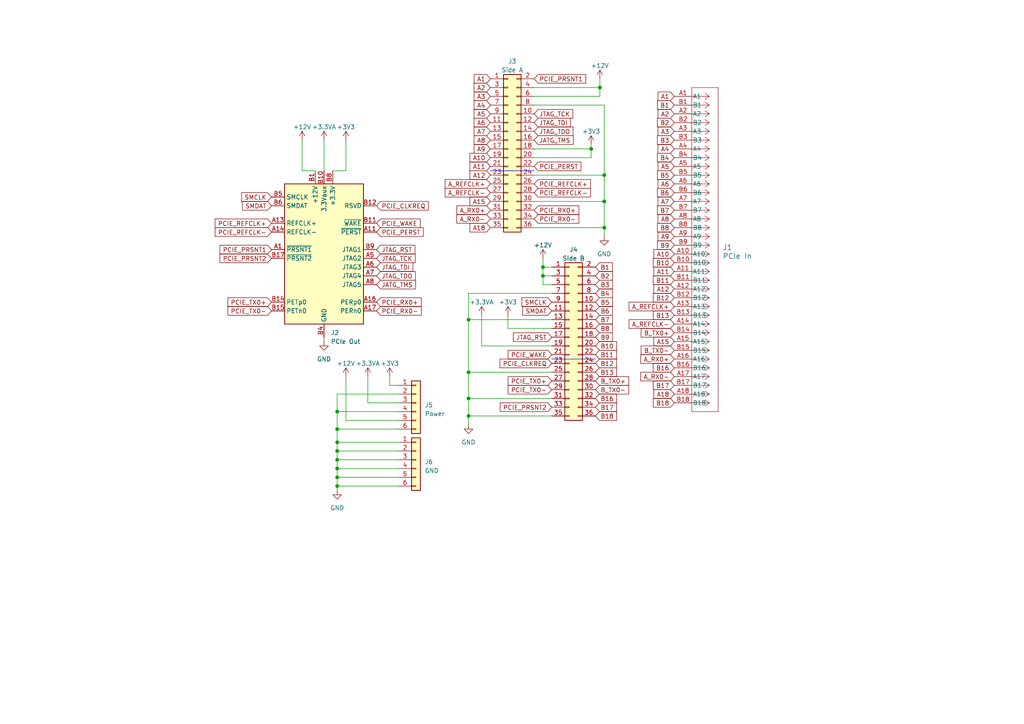
<source format=kicad_sch>
(kicad_sch (version 20230121) (generator eeschema)
  (paper "A4")
  (lib_symbols
    (symbol "5-1734857-1 pcie x1 straddle mount socket:5-1734857-1" (pin_names (offset 0.254))
      (property "Reference" "J" (at 8.89 6.35 0))
      (property "Value" "5-1734857-1" (at 0 0 0))
      (symbol "5-1734857-1_1_1"
        (pin unspecified line (at 0 0 0) (length 5.08) (name "A1") (number "A1"))
        (pin unspecified line (at 0 -45.72 0) (length 5.08) (name "A10") (number "A10"))
        (pin unspecified line (at 0 -50.8 0) (length 5.08) (name "A11") (number "A11"))
        (pin unspecified line (at 0 -55.88 0) (length 5.08) (name "A12") (number "A12"))
        (pin unspecified line (at 0 -60.96 0) (length 5.08) (name "A13") (number "A13"))
        (pin unspecified line (at 0 -66.04 0) (length 5.08) (name "A14") (number "A14"))
        (pin unspecified line (at 0 -71.12 0) (length 5.08) (name "A15") (number "A15"))
        (pin unspecified line (at 0 -76.2 0) (length 5.08) (name "A16") (number "A16"))
        (pin unspecified line (at 0 -81.28 0) (length 5.08) (name "A17") (number "A17"))
        (pin unspecified line (at 0 -86.36 0) (length 5.08) (name "A18") (number "A18"))
        (pin unspecified line (at 0 -5.08 0) (length 5.08) (name "A2") (number "A2"))
        (pin unspecified line (at 0 -10.16 0) (length 5.08) (name "A3") (number "A3"))
        (pin unspecified line (at 0 -15.24 0) (length 5.08) (name "A4") (number "A4"))
        (pin unspecified line (at 0 -20.32 0) (length 5.08) (name "A5") (number "A5"))
        (pin unspecified line (at 0 -25.4 0) (length 5.08) (name "A6") (number "A6"))
        (pin unspecified line (at 0 -30.48 0) (length 5.08) (name "A7") (number "A7"))
        (pin unspecified line (at 0 -35.56 0) (length 5.08) (name "A8") (number "A8"))
        (pin unspecified line (at 0 -40.64 0) (length 5.08) (name "A9") (number "A9"))
        (pin unspecified line (at 0 -2.54 0) (length 5.08) (name "B1") (number "B1"))
        (pin unspecified line (at 0 -48.26 0) (length 5.08) (name "B10") (number "B10"))
        (pin unspecified line (at 0 -53.34 0) (length 5.08) (name "B11") (number "B11"))
        (pin unspecified line (at 0 -58.42 0) (length 5.08) (name "B12") (number "B12"))
        (pin unspecified line (at 0 -63.5 0) (length 5.08) (name "B13") (number "B13"))
        (pin unspecified line (at 0 -68.58 0) (length 5.08) (name "B14") (number "B14"))
        (pin unspecified line (at 0 -73.66 0) (length 5.08) (name "B15") (number "B15"))
        (pin unspecified line (at 0 -78.74 0) (length 5.08) (name "B16") (number "B16"))
        (pin unspecified line (at 0 -83.82 0) (length 5.08) (name "B17") (number "B17"))
        (pin unspecified line (at 0 -88.9 0) (length 5.08) (name "B18") (number "B18"))
        (pin unspecified line (at 0 -7.62 0) (length 5.08) (name "B2") (number "B2"))
        (pin unspecified line (at 0 -12.7 0) (length 5.08) (name "B3") (number "B3"))
        (pin unspecified line (at 0 -17.78 0) (length 5.08) (name "B4") (number "B4"))
        (pin unspecified line (at 0 -22.86 0) (length 5.08) (name "B5") (number "B5"))
        (pin unspecified line (at 0 -27.94 0) (length 5.08) (name "B6") (number "B6"))
        (pin unspecified line (at 0 -33.02 0) (length 5.08) (name "B7") (number "B7"))
        (pin unspecified line (at 0 -38.1 0) (length 5.08) (name "B8") (number "B8"))
        (pin unspecified line (at 0 -43.18 0) (length 5.08) (name "B9") (number "B9"))
      )
      (symbol "5-1734857-1_1_2"
        (pin unspecified line (at 0 0 0) (length 5.08) (name "A1") (number "A1"))
        (pin unspecified line (at 0 -45.72 0) (length 5.08) (name "A10") (number "A10"))
        (pin unspecified line (at 0 -50.8 0) (length 5.08) (name "A11") (number "A11"))
        (pin unspecified line (at 0 -55.88 0) (length 5.08) (name "A12") (number "A12"))
        (pin unspecified line (at 0 -60.96 0) (length 5.08) (name "A13") (number "A13"))
        (pin unspecified line (at 0 -66.04 0) (length 5.08) (name "A14") (number "A14"))
        (pin unspecified line (at 0 -71.12 0) (length 5.08) (name "A15") (number "A15"))
        (pin unspecified line (at 0 -76.2 0) (length 5.08) (name "A16") (number "A16"))
        (pin unspecified line (at 0 -81.28 0) (length 5.08) (name "A17") (number "A17"))
        (pin unspecified line (at 0 -86.36 0) (length 5.08) (name "A18") (number "A18"))
        (pin unspecified line (at 0 -5.08 0) (length 5.08) (name "A2") (number "A2"))
        (pin unspecified line (at 0 -10.16 0) (length 5.08) (name "A3") (number "A3"))
        (pin unspecified line (at 0 -15.24 0) (length 5.08) (name "A4") (number "A4"))
        (pin unspecified line (at 0 -20.32 0) (length 5.08) (name "A5") (number "A5"))
        (pin unspecified line (at 0 -25.4 0) (length 5.08) (name "A6") (number "A6"))
        (pin unspecified line (at 0 -30.48 0) (length 5.08) (name "A7") (number "A7"))
        (pin unspecified line (at 0 -35.56 0) (length 5.08) (name "A8") (number "A8"))
        (pin unspecified line (at 0 -40.64 0) (length 5.08) (name "A9") (number "A9"))
        (pin unspecified line (at 0 -2.54 0) (length 5.08) (name "B1") (number "B1"))
        (pin unspecified line (at 0 -48.26 0) (length 5.08) (name "B10") (number "B10"))
        (pin unspecified line (at 0 -53.34 0) (length 5.08) (name "B11") (number "B11"))
        (pin unspecified line (at 0 -58.42 0) (length 5.08) (name "B12") (number "B12"))
        (pin unspecified line (at 0 -63.5 0) (length 5.08) (name "B13") (number "B13"))
        (pin unspecified line (at 0 -68.58 0) (length 5.08) (name "B14") (number "B14"))
        (pin unspecified line (at 0 -73.66 0) (length 5.08) (name "B15") (number "B15"))
        (pin unspecified line (at 0 -78.74 0) (length 5.08) (name "B16") (number "B16"))
        (pin unspecified line (at 0 -83.82 0) (length 5.08) (name "B17") (number "B17"))
        (pin unspecified line (at 0 -88.9 0) (length 5.08) (name "B18") (number "B18"))
        (pin unspecified line (at 0 -7.62 0) (length 5.08) (name "B2") (number "B2"))
        (pin unspecified line (at 0 -12.7 0) (length 5.08) (name "B3") (number "B3"))
        (pin unspecified line (at 0 -17.78 0) (length 5.08) (name "B4") (number "B4"))
        (pin unspecified line (at 0 -22.86 0) (length 5.08) (name "B5") (number "B5"))
        (pin unspecified line (at 0 -27.94 0) (length 5.08) (name "B6") (number "B6"))
        (pin unspecified line (at 0 -33.02 0) (length 5.08) (name "B7") (number "B7"))
        (pin unspecified line (at 0 -38.1 0) (length 5.08) (name "B8") (number "B8"))
        (pin unspecified line (at 0 -43.18 0) (length 5.08) (name "B9") (number "B9"))
      )
    )
    (symbol "Connector:Bus_PCI_Express_x1"
      (property "Reference" "J" (at -8.89 22.86 0))
      (property "Value" "Bus_PCI_Express_x1" (at 12.7 22.86 0))
      (symbol "Bus_PCI_Express_x1_1_1"
        (pin passive line (at -15.24 2.54 0) (length 3.81) (name "~{PRSNT1}") (number "A1"))
        (pin passive line (at 2.54 25.4 270) (length 3.81) hide (name "+3.3V") (number "A10"))
        (pin input line (at 15.24 7.62 180) (length 3.81) (name "~{PERST}") (number "A11"))
        (pin passive line (at 0 -22.86 90) (length 3.81) hide (name "GND") (number "A12"))
        (pin input line (at -15.24 10.16 0) (length 3.81) (name "REFCLK+") (number "A13"))
        (pin input line (at -15.24 7.62 0) (length 3.81) (name "REFCLK-") (number "A14"))
        (pin passive line (at 0 -22.86 90) (length 3.81) hide (name "GND") (number "A15"))
        (pin output line (at 15.24 -12.7 180) (length 3.81) (name "PERp0") (number "A16"))
        (pin output line (at 15.24 -15.24 180) (length 3.81) (name "PERn0") (number "A17"))
        (pin passive line (at 0 -22.86 90) (length 3.81) hide (name "GND") (number "A18"))
        (pin passive line (at -2.54 25.4 270) (length 3.81) hide (name "+12V") (number "A2"))
        (pin passive line (at -2.54 25.4 270) (length 3.81) hide (name "+12V") (number "A3"))
        (pin passive line (at 0 -22.86 90) (length 3.81) hide (name "GND") (number "A4"))
        (pin input line (at 15.24 0 180) (length 3.81) (name "JTAG2") (number "A5"))
        (pin input line (at 15.24 -2.54 180) (length 3.81) (name "JTAG3") (number "A6"))
        (pin output line (at 15.24 -5.08 180) (length 3.81) (name "JTAG4") (number "A7"))
        (pin input line (at 15.24 -7.62 180) (length 3.81) (name "JTAG5") (number "A8"))
        (pin passive line (at 2.54 25.4 270) (length 3.81) hide (name "+3.3V") (number "A9"))
        (pin power_in line (at -2.54 25.4 270) (length 3.81) (name "+12V") (number "B1"))
        (pin power_in line (at 0 25.4 270) (length 3.81) (name "3.3Vaux") (number "B10"))
        (pin open_collector line (at 15.24 10.16 180) (length 3.81) (name "~{WAKE}") (number "B11"))
        (pin passive line (at 15.24 15.24 180) (length 3.81) (name "RSVD") (number "B12"))
        (pin passive line (at 0 -22.86 90) (length 3.81) hide (name "GND") (number "B13"))
        (pin input line (at -15.24 -12.7 0) (length 3.81) (name "PETp0") (number "B14"))
        (pin input line (at -15.24 -15.24 0) (length 3.81) (name "PETn0") (number "B15"))
        (pin passive line (at 0 -22.86 90) (length 3.81) hide (name "GND") (number "B16"))
        (pin passive line (at -15.24 0 0) (length 3.81) (name "~{PRSNT2}") (number "B17"))
        (pin passive line (at 0 -22.86 90) (length 3.81) hide (name "GND") (number "B18"))
        (pin passive line (at -2.54 25.4 270) (length 3.81) hide (name "+12V") (number "B2"))
        (pin passive line (at -2.54 25.4 270) (length 3.81) hide (name "+12V") (number "B3"))
        (pin power_in line (at 0 -22.86 90) (length 3.81) (name "GND") (number "B4"))
        (pin input line (at -15.24 17.78 0) (length 3.81) (name "SMCLK") (number "B5"))
        (pin bidirectional line (at -15.24 15.24 0) (length 3.81) (name "SMDAT") (number "B6"))
        (pin passive line (at 0 -22.86 90) (length 3.81) hide (name "GND") (number "B7"))
        (pin power_in line (at 2.54 25.4 270) (length 3.81) (name "+3.3V") (number "B8"))
        (pin input line (at 15.24 2.54 180) (length 3.81) (name "JTAG1") (number "B9"))
      )
    )
    (symbol "Connector_Generic:Conn_01x06" (pin_names (offset 1.016) hide)
      (property "Reference" "J" (at 0 7.62 0))
      (property "Value" "Conn_01x06" (at 0 -10.16 0))
      (symbol "Conn_01x06_1_1"
        (pin passive line (at -5.08 5.08 0) (length 3.81) (name "Pin_1") (number "1"))
        (pin passive line (at -5.08 2.54 0) (length 3.81) (name "Pin_2") (number "2"))
        (pin passive line (at -5.08 0 0) (length 3.81) (name "Pin_3") (number "3"))
        (pin passive line (at -5.08 -2.54 0) (length 3.81) (name "Pin_4") (number "4"))
        (pin passive line (at -5.08 -5.08 0) (length 3.81) (name "Pin_5") (number "5"))
        (pin passive line (at -5.08 -7.62 0) (length 3.81) (name "Pin_6") (number "6"))
      )
    )
    (symbol "Connector_Generic:Conn_02x18_Odd_Even" (pin_names (offset 1.016) hide)
      (property "Reference" "J" (at 1.27 22.86 0))
      (property "Value" "Conn_02x18_Odd_Even" (at 1.27 -25.4 0))
      (symbol "Conn_02x18_Odd_Even_1_1"
        (pin passive line (at -5.08 20.32 0) (length 3.81) (name "Pin_1") (number "1"))
        (pin passive line (at 7.62 10.16 180) (length 3.81) (name "Pin_10") (number "10"))
        (pin passive line (at -5.08 7.62 0) (length 3.81) (name "Pin_11") (number "11"))
        (pin passive line (at 7.62 7.62 180) (length 3.81) (name "Pin_12") (number "12"))
        (pin passive line (at -5.08 5.08 0) (length 3.81) (name "Pin_13") (number "13"))
        (pin passive line (at 7.62 5.08 180) (length 3.81) (name "Pin_14") (number "14"))
        (pin passive line (at -5.08 2.54 0) (length 3.81) (name "Pin_15") (number "15"))
        (pin passive line (at 7.62 2.54 180) (length 3.81) (name "Pin_16") (number "16"))
        (pin passive line (at -5.08 0 0) (length 3.81) (name "Pin_17") (number "17"))
        (pin passive line (at 7.62 0 180) (length 3.81) (name "Pin_18") (number "18"))
        (pin passive line (at -5.08 -2.54 0) (length 3.81) (name "Pin_19") (number "19"))
        (pin passive line (at 7.62 20.32 180) (length 3.81) (name "Pin_2") (number "2"))
        (pin passive line (at 7.62 -2.54 180) (length 3.81) (name "Pin_20") (number "20"))
        (pin passive line (at -5.08 -5.08 0) (length 3.81) (name "Pin_21") (number "21"))
        (pin passive line (at 7.62 -5.08 180) (length 3.81) (name "Pin_22") (number "22"))
        (pin passive line (at -5.08 -7.62 0) (length 3.81) (name "Pin_23") (number "23"))
        (pin passive line (at 7.62 -7.62 180) (length 3.81) (name "Pin_24") (number "24"))
        (pin passive line (at -5.08 -10.16 0) (length 3.81) (name "Pin_25") (number "25"))
        (pin passive line (at 7.62 -10.16 180) (length 3.81) (name "Pin_26") (number "26"))
        (pin passive line (at -5.08 -12.7 0) (length 3.81) (name "Pin_27") (number "27"))
        (pin passive line (at 7.62 -12.7 180) (length 3.81) (name "Pin_28") (number "28"))
        (pin passive line (at -5.08 -15.24 0) (length 3.81) (name "Pin_29") (number "29"))
        (pin passive line (at -5.08 17.78 0) (length 3.81) (name "Pin_3") (number "3"))
        (pin passive line (at 7.62 -15.24 180) (length 3.81) (name "Pin_30") (number "30"))
        (pin passive line (at -5.08 -17.78 0) (length 3.81) (name "Pin_31") (number "31"))
        (pin passive line (at 7.62 -17.78 180) (length 3.81) (name "Pin_32") (number "32"))
        (pin passive line (at -5.08 -20.32 0) (length 3.81) (name "Pin_33") (number "33"))
        (pin passive line (at 7.62 -20.32 180) (length 3.81) (name "Pin_34") (number "34"))
        (pin passive line (at -5.08 -22.86 0) (length 3.81) (name "Pin_35") (number "35"))
        (pin passive line (at 7.62 -22.86 180) (length 3.81) (name "Pin_36") (number "36"))
        (pin passive line (at 7.62 17.78 180) (length 3.81) (name "Pin_4") (number "4"))
        (pin passive line (at -5.08 15.24 0) (length 3.81) (name "Pin_5") (number "5"))
        (pin passive line (at 7.62 15.24 180) (length 3.81) (name "Pin_6") (number "6"))
        (pin passive line (at -5.08 12.7 0) (length 3.81) (name "Pin_7") (number "7"))
        (pin passive line (at 7.62 12.7 180) (length 3.81) (name "Pin_8") (number "8"))
        (pin passive line (at -5.08 10.16 0) (length 3.81) (name "Pin_9") (number "9"))
      )
    )
    (symbol "power:+12V" (power) (pin_names (offset 0))
      (property "Value" "+12V" (at 0 3.556 0))
      (symbol "+12V_1_1"
        (pin power_in line (at 0 0 90) (length 0) hide (name "+12V") (number "1"))
      )
    )
    (symbol "power:+3.3VA" (power) (pin_names (offset 0))
      (property "Value" "+3.3VA" (at 0 3.556 0))
      (symbol "+3.3VA_1_1"
        (pin power_in line (at 0 0 90) (length 0) hide (name "+3.3VA") (number "1"))
      )
    )
    (symbol "power:+3V3" (power) (pin_names (offset 0))
      (property "Value" "+3V3" (at 0 3.556 0))
      (symbol "+3V3_1_1"
        (pin power_in line (at 0 0 90) (length 0) hide (name "+3V3") (number "1"))
      )
    )
    (symbol "power:GND" (power) (pin_names (offset 0))
      (property "Value" "GND" (at 0 -3.81 0))
      (symbol "GND_1_1"
        (pin power_in line (at 0 0 270) (length 0) hide (name "GND") (number "1"))
      )
    )
  )
  (junction (at 97.79 140.97))
  (junction (at 97.79 138.43))
  (junction (at 135.89 115.57))
  (junction (at 97.79 133.35))
  (junction (at 97.79 135.89))
  (junction (at 135.89 107.95))
  (junction (at 135.89 92.71))
  (junction (at 97.79 119.38))
  (junction (at 175.26 50.8))
  (junction (at 135.89 120.65))
  (junction (at 171.45 43.18))
  (junction (at 173.99 25.4))
  (junction (at 175.26 66.04))
  (junction (at 97.79 124.46))
  (junction (at 157.48 80.01))
  (junction (at 175.26 58.42))
  (junction (at 97.79 128.27))
  (junction (at 97.79 130.81))
  (junction (at 157.48 77.47))
  (wire (pts (xy 173.99 22.86) (xy 173.99 25.4)))
  (wire (pts (xy 115.57 121.92) (xy 100.33 121.92)))
  (wire (pts (xy 171.45 45.72) (xy 171.45 43.18)))
  (wire (pts (xy 135.89 115.57) (xy 135.89 120.65)))
  (wire (pts (xy 100.33 121.92) (xy 100.33 109.22)))
  (wire (pts (xy 106.68 116.84) (xy 106.68 109.22)))
  (wire (pts (xy 115.57 116.84) (xy 106.68 116.84)))
  (wire (pts (xy 93.98 40.64) (xy 93.98 49.53)))
  (wire (pts (xy 154.94 43.18) (xy 171.45 43.18)))
  (wire (pts (xy 135.89 120.65) (xy 135.89 123.19)))
  (wire (pts (xy 160.02 85.09) (xy 135.89 85.09)))
  (wire (pts (xy 154.94 27.94) (xy 173.99 27.94)))
  (wire (pts (xy 113.03 111.76) (xy 113.03 109.22)))
  (wire (pts (xy 97.79 114.3) (xy 97.79 119.38)))
  (wire (pts (xy 160.02 92.71) (xy 135.89 92.71)))
  (wire (pts (xy 97.79 128.27) (xy 97.79 130.81)))
  (wire (pts (xy 160.02 115.57) (xy 135.89 115.57)))
  (wire (pts (xy 87.63 49.53) (xy 87.63 40.64)))
  (wire (pts (xy 135.89 107.95) (xy 135.89 115.57)))
  (wire (pts (xy 154.94 66.04) (xy 175.26 66.04)))
  (wire (pts (xy 160.02 95.25) (xy 147.32 95.25)))
  (wire (pts (xy 160.02 77.47) (xy 157.48 77.47)))
  (wire (pts (xy 97.79 119.38) (xy 97.79 124.46)))
  (wire (pts (xy 97.79 135.89) (xy 97.79 138.43)))
  (wire (pts (xy 100.33 40.64) (xy 100.33 49.53)))
  (wire (pts (xy 160.02 120.65) (xy 135.89 120.65)))
  (wire (pts (xy 160.02 82.55) (xy 157.48 82.55)))
  (wire (pts (xy 173.99 25.4) (xy 173.99 27.94)))
  (wire (pts (xy 135.89 85.09) (xy 135.89 92.71)))
  (wire (pts (xy 97.79 130.81) (xy 97.79 133.35)))
  (wire (pts (xy 160.02 80.01) (xy 157.48 80.01)))
  (wire (pts (xy 97.79 130.81) (xy 115.57 130.81)))
  (wire (pts (xy 154.94 30.48) (xy 175.26 30.48)))
  (wire (pts (xy 157.48 82.55) (xy 157.48 80.01)))
  (wire (pts (xy 154.94 25.4) (xy 173.99 25.4)))
  (wire (pts (xy 97.79 135.89) (xy 115.57 135.89)))
  (wire (pts (xy 93.98 97.79) (xy 93.98 99.06)))
  (wire (pts (xy 139.7 100.33) (xy 139.7 91.44)))
  (wire (pts (xy 157.48 77.47) (xy 157.48 74.93)))
  (wire (pts (xy 160.02 107.95) (xy 135.89 107.95)))
  (wire (pts (xy 154.94 58.42) (xy 175.26 58.42)))
  (wire (pts (xy 97.79 140.97) (xy 97.79 142.24)))
  (wire (pts (xy 97.79 133.35) (xy 97.79 135.89)))
  (wire (pts (xy 96.52 49.53) (xy 100.33 49.53)))
  (wire (pts (xy 175.26 50.8) (xy 175.26 58.42)))
  (wire (pts (xy 175.26 66.04) (xy 175.26 68.58)))
  (wire (pts (xy 97.79 124.46) (xy 115.57 124.46)))
  (polyline (pts (xy 160.02 104.14) (xy 172.72 104.14)))
  (wire (pts (xy 97.79 133.35) (xy 115.57 133.35)))
  (wire (pts (xy 157.48 80.01) (xy 157.48 77.47)))
  (wire (pts (xy 175.26 30.48) (xy 175.26 50.8)))
  (wire (pts (xy 171.45 43.18) (xy 171.45 41.91)))
  (polyline (pts (xy 142.24 49.53) (xy 154.94 49.53)))
  (wire (pts (xy 175.26 58.42) (xy 175.26 66.04)))
  (wire (pts (xy 135.89 92.71) (xy 135.89 107.95)))
  (wire (pts (xy 115.57 114.3) (xy 97.79 114.3)))
  (wire (pts (xy 91.44 49.53) (xy 87.63 49.53)))
  (wire (pts (xy 97.79 138.43) (xy 97.79 140.97)))
  (wire (pts (xy 97.79 138.43) (xy 115.57 138.43)))
  (wire (pts (xy 154.94 45.72) (xy 171.45 45.72)))
  (wire (pts (xy 154.94 50.8) (xy 175.26 50.8)))
  (wire (pts (xy 160.02 100.33) (xy 139.7 100.33)))
  (wire (pts (xy 97.79 128.27) (xy 115.57 128.27)))
  (wire (pts (xy 97.79 140.97) (xy 115.57 140.97)))
  (wire (pts (xy 97.79 124.46) (xy 97.79 128.27)))
  (wire (pts (xy 147.32 95.25) (xy 147.32 91.44)))
  (wire (pts (xy 97.79 119.38) (xy 115.57 119.38)))
  (wire (pts (xy 115.57 111.76) (xy 113.03 111.76)))
  (global_label "B13" (shape input) (at 172.72 107.95 0) (property "Intersheetrefs" "${INTERSHEET_REFS}" (effects hide)))
  (global_label "PCIE_WAKE" (shape input) (at 109.22 64.77 0) (property "Intersheetrefs" "${INTERSHEET_REFS}" (effects hide)))
  (global_label "B10" (shape input) (at 172.72 100.33 0) (property "Intersheetrefs" "${INTERSHEET_REFS}" (effects hide)))
  (global_label "PCIE_PRSNT2" (shape input) (at 160.02 118.11 180) (property "Intersheetrefs" "${INTERSHEET_REFS}" (effects hide)))
  (global_label "B3" (shape input) (at 172.72 82.55 0) (property "Intersheetrefs" "${INTERSHEET_REFS}" (effects hide)))
  (global_label "A4" (shape input) (at 195.58 43.18 180) (property "Intersheetrefs" "${INTERSHEET_REFS}" (effects hide)))
  (global_label "B9" (shape input) (at 195.58 71.12 180) (property "Intersheetrefs" "${INTERSHEET_REFS}" (effects hide)))
  (global_label "PCIE_PERST" (shape input) (at 109.22 67.31 0) (property "Intersheetrefs" "${INTERSHEET_REFS}" (effects hide)))
  (global_label "A_RX0-" (shape input) (at 142.24 63.5 180) (property "Intersheetrefs" "${INTERSHEET_REFS}" (effects hide)))
  (global_label "B17" (shape input) (at 172.72 118.11 0) (property "Intersheetrefs" "${INTERSHEET_REFS}" (effects hide)))
  (global_label "A5" (shape input) (at 195.58 48.26 180) (property "Intersheetrefs" "${INTERSHEET_REFS}" (effects hide)))
  (global_label "A_REFCLK+" (shape input) (at 142.24 53.34 180) (property "Intersheetrefs" "${INTERSHEET_REFS}" (effects hide)))
  (global_label "PCIE_TX0-" (shape input) (at 160.02 113.03 180) (property "Intersheetrefs" "${INTERSHEET_REFS}" (effects hide)))
  (global_label "A_RX0-" (shape input) (at 195.58 109.22 180) (property "Intersheetrefs" "${INTERSHEET_REFS}" (effects hide)))
  (global_label "SMDAT" (shape input) (at 78.74 59.69 180) (property "Intersheetrefs" "${INTERSHEET_REFS}" (effects hide)))
  (global_label "A2" (shape input) (at 195.58 33.02 180) (property "Intersheetrefs" "${INTERSHEET_REFS}" (effects hide)))
  (global_label "A4" (shape input) (at 142.24 30.48 180) (property "Intersheetrefs" "${INTERSHEET_REFS}" (effects hide)))
  (global_label "B8" (shape input) (at 195.58 66.04 180) (property "Intersheetrefs" "${INTERSHEET_REFS}" (effects hide)))
  (global_label "A_RX0+" (shape input) (at 142.24 60.96 180) (property "Intersheetrefs" "${INTERSHEET_REFS}" (effects hide)))
  (global_label "B1" (shape input) (at 195.58 30.48 180) (property "Intersheetrefs" "${INTERSHEET_REFS}" (effects hide)))
  (global_label "A15" (shape input) (at 195.58 99.06 180) (property "Intersheetrefs" "${INTERSHEET_REFS}" (effects hide)))
  (global_label "A12" (shape input) (at 195.58 83.82 180) (property "Intersheetrefs" "${INTERSHEET_REFS}" (effects hide)))
  (global_label "B18" (shape input) (at 195.58 116.84 180) (property "Intersheetrefs" "${INTERSHEET_REFS}" (effects hide)))
  (global_label "A6" (shape input) (at 142.24 35.56 180) (property "Intersheetrefs" "${INTERSHEET_REFS}" (effects hide)))
  (global_label "B_TX0-" (shape input) (at 195.58 101.6 180) (property "Intersheetrefs" "${INTERSHEET_REFS}" (effects hide)))
  (global_label "A15" (shape input) (at 142.24 58.42 180) (property "Intersheetrefs" "${INTERSHEET_REFS}" (effects hide)))
  (global_label "B2" (shape input) (at 172.72 80.01 0) (property "Intersheetrefs" "${INTERSHEET_REFS}" (effects hide)))
  (global_label "SMDAT" (shape input) (at 160.02 90.17 180) (property "Intersheetrefs" "${INTERSHEET_REFS}" (effects hide)))
  (global_label "PCIE_WAKE" (shape input) (at 160.02 102.87 180) (property "Intersheetrefs" "${INTERSHEET_REFS}" (effects hide)))
  (global_label "A1" (shape input) (at 142.24 22.86 180) (property "Intersheetrefs" "${INTERSHEET_REFS}" (effects hide)))
  (global_label "A18" (shape input) (at 195.58 114.3 180) (property "Intersheetrefs" "${INTERSHEET_REFS}" (effects hide)))
  (global_label "JTAG_TCK" (shape input) (at 109.22 74.93 0) (property "Intersheetrefs" "${INTERSHEET_REFS}" (effects hide)))
  (global_label "A12" (shape input) (at 142.24 50.8 180) (property "Intersheetrefs" "${INTERSHEET_REFS}" (effects hide)))
  (global_label "B_TX0-" (shape input) (at 172.72 113.03 0) (property "Intersheetrefs" "${INTERSHEET_REFS}" (effects hide)))
  (global_label "B12" (shape input) (at 195.58 86.36 180) (property "Intersheetrefs" "${INTERSHEET_REFS}" (effects hide)))
  (global_label "A7" (shape input) (at 142.24 38.1 180) (property "Intersheetrefs" "${INTERSHEET_REFS}" (effects hide)))
  (global_label "B17" (shape input) (at 195.58 111.76 180) (property "Intersheetrefs" "${INTERSHEET_REFS}" (effects hide)))
  (global_label "B6" (shape input) (at 195.58 55.88 180) (property "Intersheetrefs" "${INTERSHEET_REFS}" (effects hide)))
  (global_label "A_REFCLK-" (shape input) (at 195.58 93.98 180) (property "Intersheetrefs" "${INTERSHEET_REFS}" (effects hide)))
  (global_label "A5" (shape input) (at 142.24 33.02 180) (property "Intersheetrefs" "${INTERSHEET_REFS}" (effects hide)))
  (global_label "A3" (shape input) (at 195.58 38.1 180) (property "Intersheetrefs" "${INTERSHEET_REFS}" (effects hide)))
  (global_label "A8" (shape input) (at 195.58 63.5 180) (property "Intersheetrefs" "${INTERSHEET_REFS}" (effects hide)))
  (global_label "A10" (shape input) (at 142.24 45.72 180) (property "Intersheetrefs" "${INTERSHEET_REFS}" (effects hide)))
  (global_label "B16" (shape input) (at 172.72 115.57 0) (property "Intersheetrefs" "${INTERSHEET_REFS}" (effects hide)))
  (global_label "B7" (shape input) (at 172.72 92.71 0) (property "Intersheetrefs" "${INTERSHEET_REFS}" (effects hide)))
  (global_label "PCIE_TX0+" (shape input) (at 160.02 110.49 180) (property "Intersheetrefs" "${INTERSHEET_REFS}" (effects hide)))
  (global_label "B_TX0+" (shape input) (at 172.72 110.49 0) (property "Intersheetrefs" "${INTERSHEET_REFS}" (effects hide)))
  (global_label "JTAG_TDO" (shape input) (at 109.22 80.01 0) (property "Intersheetrefs" "${INTERSHEET_REFS}" (effects hide)))
  (global_label "A_REFCLK+" (shape input) (at 195.58 88.9 180) (property "Intersheetrefs" "${INTERSHEET_REFS}" (effects hide)))
  (global_label "B1" (shape input) (at 172.72 77.47 0) (property "Intersheetrefs" "${INTERSHEET_REFS}" (effects hide)))
  (global_label "A11" (shape input) (at 142.24 48.26 180) (property "Intersheetrefs" "${INTERSHEET_REFS}" (effects hide)))
  (global_label "B11" (shape input) (at 195.58 81.28 180) (property "Intersheetrefs" "${INTERSHEET_REFS}" (effects hide)))
  (global_label "SMCLK" (shape input) (at 78.74 57.15 180) (property "Intersheetrefs" "${INTERSHEET_REFS}" (effects hide)))
  (global_label "A_RX0+" (shape input) (at 195.58 104.14 180) (property "Intersheetrefs" "${INTERSHEET_REFS}" (effects hide)))
  (global_label "JTAG_TDO" (shape input) (at 154.94 38.1 0) (property "Intersheetrefs" "${INTERSHEET_REFS}" (effects hide)))
  (global_label "JTAG_RST" (shape input) (at 109.22 72.39 0) (property "Intersheetrefs" "${INTERSHEET_REFS}" (effects hide)))
  (global_label "JTAG_TDI" (shape input) (at 154.94 35.56 0) (property "Intersheetrefs" "${INTERSHEET_REFS}" (effects hide)))
  (global_label "PCIE_REFCLK-" (shape input) (at 154.94 55.88 0) (property "Intersheetrefs" "${INTERSHEET_REFS}" (effects hide)))
  (global_label "PCIE_REFCLK+" (shape input) (at 154.94 53.34 0) (property "Intersheetrefs" "${INTERSHEET_REFS}" (effects hide)))
  (global_label "B_TX0+" (shape input) (at 195.58 96.52 180) (property "Intersheetrefs" "${INTERSHEET_REFS}" (effects hide)))
  (global_label "B12" (shape input) (at 172.72 105.41 0) (property "Intersheetrefs" "${INTERSHEET_REFS}" (effects hide)))
  (global_label "PCIE_REFCLK-" (shape input) (at 78.74 67.31 180) (property "Intersheetrefs" "${INTERSHEET_REFS}" (effects hide)))
  (global_label "JTAG_RST" (shape input) (at 160.02 97.79 180) (property "Intersheetrefs" "${INTERSHEET_REFS}" (effects hide)))
  (global_label "B4" (shape input) (at 172.72 85.09 0) (property "Intersheetrefs" "${INTERSHEET_REFS}" (effects hide)))
  (global_label "B5" (shape input) (at 195.58 50.8 180) (property "Intersheetrefs" "${INTERSHEET_REFS}" (effects hide)))
  (global_label "A10" (shape input) (at 195.58 73.66 180) (property "Intersheetrefs" "${INTERSHEET_REFS}" (effects hide)))
  (global_label "A7" (shape input) (at 195.58 58.42 180) (property "Intersheetrefs" "${INTERSHEET_REFS}" (effects hide)))
  (global_label "PCIE_RX0-" (shape input) (at 109.22 90.17 0) (property "Intersheetrefs" "${INTERSHEET_REFS}" (effects hide)))
  (global_label "JATG_TMS" (shape input) (at 154.94 40.64 0) (property "Intersheetrefs" "${INTERSHEET_REFS}" (effects hide)))
  (global_label "PCIE_RX0+" (shape input) (at 154.94 60.96 0) (property "Intersheetrefs" "${INTERSHEET_REFS}" (effects hide)))
  (global_label "SMCLK" (shape input) (at 160.02 87.63 180) (property "Intersheetrefs" "${INTERSHEET_REFS}" (effects hide)))
  (global_label "B11" (shape input) (at 172.72 102.87 0) (property "Intersheetrefs" "${INTERSHEET_REFS}" (effects hide)))
  (global_label "B6" (shape input) (at 172.72 90.17 0) (property "Intersheetrefs" "${INTERSHEET_REFS}" (effects hide)))
  (global_label "A6" (shape input) (at 195.58 53.34 180) (property "Intersheetrefs" "${INTERSHEET_REFS}" (effects hide)))
  (global_label "PCIE_TX0+" (shape input) (at 78.74 87.63 180) (property "Intersheetrefs" "${INTERSHEET_REFS}" (effects hide)))
  (global_label "B9" (shape input) (at 172.72 97.79 0) (property "Intersheetrefs" "${INTERSHEET_REFS}" (effects hide)))
  (global_label "B10" (shape input) (at 195.58 76.2 180) (property "Intersheetrefs" "${INTERSHEET_REFS}" (effects hide)))
  (global_label "PCIE_REFCLK+" (shape input) (at 78.74 64.77 180) (property "Intersheetrefs" "${INTERSHEET_REFS}" (effects hide)))
  (global_label "PCIE_PRSNT2" (shape input) (at 78.74 74.93 180) (property "Intersheetrefs" "${INTERSHEET_REFS}" (effects hide)))
  (global_label "A11" (shape input) (at 195.58 78.74 180) (property "Intersheetrefs" "${INTERSHEET_REFS}" (effects hide)))
  (global_label "JTAG_TDI" (shape input) (at 109.22 77.47 0) (property "Intersheetrefs" "${INTERSHEET_REFS}" (effects hide)))
  (global_label "A3" (shape input) (at 142.24 27.94 180) (property "Intersheetrefs" "${INTERSHEET_REFS}" (effects hide)))
  (global_label "A2" (shape input) (at 142.24 25.4 180) (property "Intersheetrefs" "${INTERSHEET_REFS}" (effects hide)))
  (global_label "B3" (shape input) (at 195.58 40.64 180) (property "Intersheetrefs" "${INTERSHEET_REFS}" (effects hide)))
  (global_label "A9" (shape input) (at 195.58 68.58 180) (property "Intersheetrefs" "${INTERSHEET_REFS}" (effects hide)))
  (global_label "B5" (shape input) (at 172.72 87.63 0) (property "Intersheetrefs" "${INTERSHEET_REFS}" (effects hide)))
  (global_label "A18" (shape input) (at 142.24 66.04 180) (property "Intersheetrefs" "${INTERSHEET_REFS}" (effects hide)))
  (global_label "PCIE_PRSNT1" (shape input) (at 154.94 22.86 0) (property "Intersheetrefs" "${INTERSHEET_REFS}" (effects hide)))
  (global_label "PCIE_PRSNT1" (shape input) (at 78.74 72.39 180) (property "Intersheetrefs" "${INTERSHEET_REFS}" (effects hide)))
  (global_label "B2" (shape input) (at 195.58 35.56 180) (property "Intersheetrefs" "${INTERSHEET_REFS}" (effects hide)))
  (global_label "JTAG_TCK" (shape input) (at 154.94 33.02 0) (property "Intersheetrefs" "${INTERSHEET_REFS}" (effects hide)))
  (global_label "PCIE_CLKREQ" (shape input) (at 160.02 105.41 180) (property "Intersheetrefs" "${INTERSHEET_REFS}" (effects hide)))
  (global_label "B16" (shape input) (at 195.58 106.68 180) (property "Intersheetrefs" "${INTERSHEET_REFS}" (effects hide)))
  (global_label "A8" (shape input) (at 142.24 40.64 180) (property "Intersheetrefs" "${INTERSHEET_REFS}" (effects hide)))
  (global_label "PCIE_PERST" (shape input) (at 154.94 48.26 0) (property "Intersheetrefs" "${INTERSHEET_REFS}" (effects hide)))
  (global_label "PCIE_CLKREQ" (shape input) (at 109.22 59.69 0) (property "Intersheetrefs" "${INTERSHEET_REFS}" (effects hide)))
  (global_label "B4" (shape input) (at 195.58 45.72 180) (property "Intersheetrefs" "${INTERSHEET_REFS}" (effects hide)))
  (global_label "A9" (shape input) (at 142.24 43.18 180) (property "Intersheetrefs" "${INTERSHEET_REFS}" (effects hide)))
  (global_label "PCIE_RX0+" (shape input) (at 109.22 87.63 0) (property "Intersheetrefs" "${INTERSHEET_REFS}" (effects hide)))
  (global_label "B13" (shape input) (at 195.58 91.44 180) (property "Intersheetrefs" "${INTERSHEET_REFS}" (effects hide)))
  (global_label "PCIE_RX0-" (shape input) (at 154.94 63.5 0) (property "Intersheetrefs" "${INTERSHEET_REFS}" (effects hide)))
  (global_label "A_REFCLK-" (shape input) (at 142.24 55.88 180) (property "Intersheetrefs" "${INTERSHEET_REFS}" (effects hide)))
  (global_label "B8" (shape input) (at 172.72 95.25 0) (property "Intersheetrefs" "${INTERSHEET_REFS}" (effects hide)))
  (global_label "A1" (shape input) (at 195.58 27.94 180) (property "Intersheetrefs" "${INTERSHEET_REFS}" (effects hide)))
  (global_label "B7" (shape input) (at 195.58 60.96 180) (property "Intersheetrefs" "${INTERSHEET_REFS}" (effects hide)))
  (global_label "B18" (shape input) (at 172.72 120.65 0) (property "Intersheetrefs" "${INTERSHEET_REFS}" (effects hide)))
  (global_label "JATG_TMS" (shape input) (at 109.22 82.55 0) (property "Intersheetrefs" "${INTERSHEET_REFS}" (effects hide)))
  (global_label "PCIE_TX0-" (shape input) (at 78.74 90.17 180) (property "Intersheetrefs" "${INTERSHEET_REFS}" (effects hide)))
  (symbol (lib_id "power:+3.3VA") (at 139.7 91.44 0) (unit 1)
    (property "Reference" "#PWR08" (effects hide))
    (property "Value" "+3.3VA" (at 139.7 87.63 0))
  )
  (symbol (lib_id "power:+12V") (at 100.33 109.22 0) (unit 1)
    (property "Reference" "#PWR012" (effects hide))
    (property "Value" "+12V" (at 100.33 105.41 0))
  )
  (symbol (lib_id "power:+12V") (at 157.48 74.93 0) (unit 1)
    (property "Reference" "#PWR05" (effects hide))
    (property "Value" "+12V" (at 157.48 71.12 0))
  )
  (symbol (lib_id "power:+3V3") (at 113.03 109.22 0) (unit 1)
    (property "Reference" "#PWR014" (effects hide))
    (property "Value" "+3V3" (at 113.03 105.41 0))
  )
  (symbol (lib_id "power:GND") (at 93.98 99.06 0) (unit 1)
    (property "Reference" "#PWR04" (effects hide))
    (property "Value" "GND" (at 93.98 104.14 0))
  )
  (symbol (lib_id "5-1734857-1 pcie x1 straddle mount socket:5-1734857-1") (at 195.58 27.94 0) (unit 1)
    (property "Reference" "J1" (at 209.55 71.755 0) (effects (font (size 1.524 1.524)) (justify left)))
    (property "Value" "PCIe In" (at 209.55 74.295 0) (effects (font (size 1.524 1.524)) (justify left)))
    (property "Footprint" "alice_kicad_footprints:CONN_5-1734857-1_TEC" (effects hide))
    (property "Datasheet" "5-1734857-1" (effects hide))
  )
  (symbol (lib_id "power:+3V3") (at 100.33 40.64 0) (unit 1)
    (property "Reference" "#PWR01" (effects hide))
    (property "Value" "+3V3" (at 100.33 36.83 0))
  )
  (symbol (lib_id "power:+3V3") (at 171.45 41.91 0) (mirror y) (unit 1)
    (property "Reference" "#PWR010" (effects hide))
    (property "Value" "+3V3" (at 171.45 38.1 0))
  )
  (symbol (lib_id "Connector_Generic:Conn_01x06") (at 120.65 116.84 0) (unit 1)
    (property "Reference" "J5" (at 123.19 117.475 0) (effects (justify left)))
    (property "Value" "Power" (at 123.19 120.015 0) (effects (justify left)))
    (property "Footprint" "Connector_PinSocket_2.54mm:PinSocket_1x06_P2.54mm_Vertical" (effects hide))
  )
  (symbol (lib_id "Connector_Generic:Conn_01x06") (at 120.65 133.35 0) (unit 1)
    (property "Reference" "J6" (at 123.19 133.985 0) (effects (justify left)))
    (property "Value" "GND" (at 123.19 136.525 0) (effects (justify left)))
    (property "Footprint" "Connector_PinSocket_2.54mm:PinSocket_1x06_P2.54mm_Vertical" (effects hide))
  )
  (symbol (lib_id "power:GND") (at 175.26 68.58 0) (unit 1)
    (property "Reference" "#PWR011" (effects hide))
    (property "Value" "GND" (at 175.26 73.66 0))
  )
  (symbol (lib_id "Connector_Generic:Conn_02x18_Odd_Even") (at 147.32 43.18 0) (unit 1)
    (property "Reference" "J3" (at 148.59 17.78 0))
    (property "Value" "Side A" (at 148.59 20.32 0))
    (property "Footprint" "Connector_PinHeader_2.54mm:PinHeader_2x18_P2.54mm_Vertical_SMD" (effects hide))
  )
  (symbol (lib_id "power:GND") (at 97.79 142.24 0) (unit 1)
    (property "Reference" "#PWR015" (effects hide))
    (property "Value" "GND" (at 97.79 147.32 0))
  )
  (symbol (lib_id "power:+12V") (at 87.63 40.64 0) (unit 1)
    (property "Reference" "#PWR02" (effects hide))
    (property "Value" "+12V" (at 87.63 36.83 0))
  )
  (symbol (lib_id "Connector_Generic:Conn_02x18_Odd_Even") (at 165.1 97.79 0) (unit 1)
    (property "Reference" "J4" (at 166.37 72.39 0))
    (property "Value" "Side B" (at 166.37 74.93 0))
    (property "Footprint" "Connector_PinHeader_2.54mm:PinHeader_2x18_P2.54mm_Vertical_SMD" (effects hide))
  )
  (symbol (lib_id "Connector:Bus_PCI_Express_x1") (at 93.98 74.93 0) (unit 1)
    (property "Reference" "J2" (at 95.9359 96.52 0) (effects (justify left)))
    (property "Value" "PCIe Out" (at 95.9359 99.06 0) (effects (justify left)))
    (property "Footprint" "Connector_PCBEdge:BUS_PCIexpress_x1" (effects hide))
    (property "Datasheet" "http://www.ritrontek.com/uploadfile/2016/1026/20161026105231124.pdf#page=63" (effects hide))
  )
  (symbol (lib_id "power:+12V") (at 173.99 22.86 0) (mirror y) (unit 1)
    (property "Reference" "#PWR09" (effects hide))
    (property "Value" "+12V" (at 173.99 19.05 0))
  )
  (symbol (lib_id "power:+3V3") (at 147.32 91.44 0) (unit 1)
    (property "Reference" "#PWR07" (effects hide))
    (property "Value" "+3V3" (at 147.32 87.63 0))
  )
  (symbol (lib_id "power:+3.3VA") (at 93.98 40.64 0) (unit 1)
    (property "Reference" "#PWR03" (effects hide))
    (property "Value" "+3.3VA" (at 93.98 36.83 0))
  )
  (symbol (lib_id "power:+3.3VA") (at 106.68 109.22 0) (unit 1)
    (property "Reference" "#PWR013" (effects hide))
    (property "Value" "+3.3VA" (at 106.68 105.41 0))
  )
  (symbol (lib_id "power:GND") (at 135.89 123.19 0) (unit 1)
    (property "Reference" "#PWR06" (effects hide))
    (property "Value" "GND" (at 135.89 128.27 0))
  )
)
</source>
